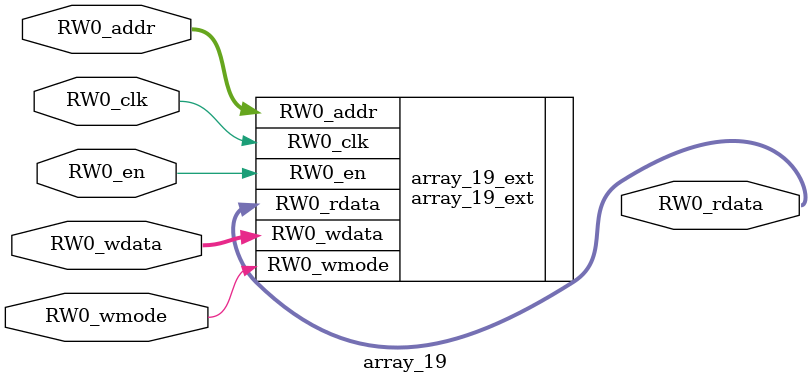
<source format=sv>
`ifndef RANDOMIZE
  `ifdef RANDOMIZE_MEM_INIT
    `define RANDOMIZE
  `endif // RANDOMIZE_MEM_INIT
`endif // not def RANDOMIZE
`ifndef RANDOMIZE
  `ifdef RANDOMIZE_REG_INIT
    `define RANDOMIZE
  `endif // RANDOMIZE_REG_INIT
`endif // not def RANDOMIZE

`ifndef RANDOM
  `define RANDOM $random
`endif // not def RANDOM

// Users can define INIT_RANDOM as general code that gets injected into the
// initializer block for modules with registers.
`ifndef INIT_RANDOM
  `define INIT_RANDOM
`endif // not def INIT_RANDOM

// If using random initialization, you can also define RANDOMIZE_DELAY to
// customize the delay used, otherwise 0.002 is used.
`ifndef RANDOMIZE_DELAY
  `define RANDOMIZE_DELAY 0.002
`endif // not def RANDOMIZE_DELAY

// Define INIT_RANDOM_PROLOG_ for use in our modules below.
`ifndef INIT_RANDOM_PROLOG_
  `ifdef RANDOMIZE
    `ifdef VERILATOR
      `define INIT_RANDOM_PROLOG_ `INIT_RANDOM
    `else  // VERILATOR
      `define INIT_RANDOM_PROLOG_ `INIT_RANDOM #`RANDOMIZE_DELAY begin end
    `endif // VERILATOR
  `else  // RANDOMIZE
    `define INIT_RANDOM_PROLOG_
  `endif // RANDOMIZE
`endif // not def INIT_RANDOM_PROLOG_

// Include register initializers in init blocks unless synthesis is set
`ifndef SYNTHESIS
  `ifndef ENABLE_INITIAL_REG_
    `define ENABLE_INITIAL_REG_
  `endif // not def ENABLE_INITIAL_REG_
`endif // not def SYNTHESIS

// Include rmemory initializers in init blocks unless synthesis is set
`ifndef SYNTHESIS
  `ifndef ENABLE_INITIAL_MEM_
    `define ENABLE_INITIAL_MEM_
  `endif // not def ENABLE_INITIAL_MEM_
`endif // not def SYNTHESIS

module array_19(
  input  [11:0]  RW0_addr,
  input          RW0_en,
  input          RW0_clk,
  input          RW0_wmode,
  input  [136:0] RW0_wdata,
  output [136:0] RW0_rdata
);

  array_19_ext array_19_ext (
    .RW0_addr  (RW0_addr),
    .RW0_en    (RW0_en),
    .RW0_clk   (RW0_clk),
    .RW0_wmode (RW0_wmode),
    .RW0_wdata (RW0_wdata),
    .RW0_rdata (RW0_rdata)
  );
endmodule


</source>
